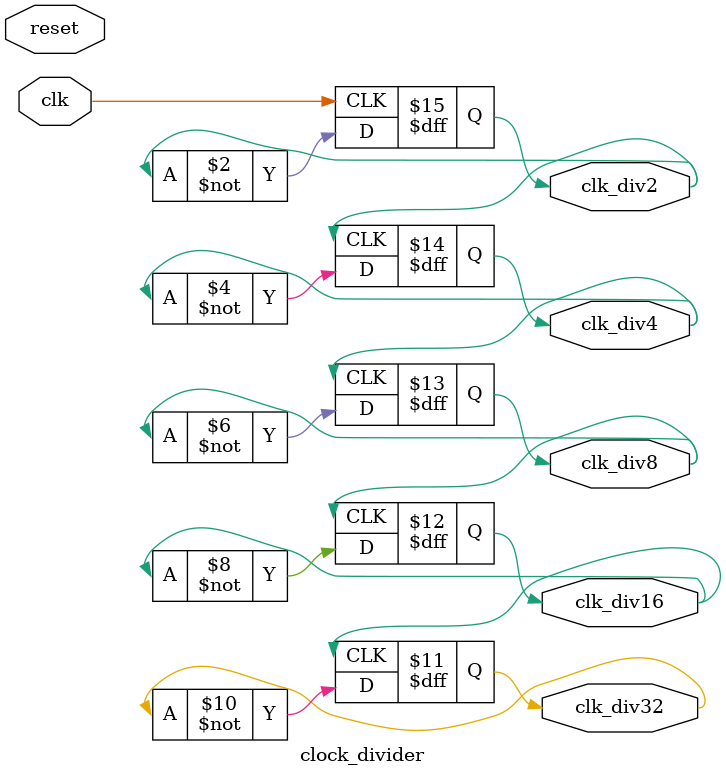
<source format=v>
module clock_divider(
  input clk,
  input reset,
  output reg clk_div2,
  output reg clk_div4,
  output reg clk_div8,
  output reg clk_div16,
  output reg clk_div32
);

  always @(posedge clk)
    clk_div2 <= ~clk_div2;
  always @(posedge clk_div2)
    clk_div4 <= ~clk_div4;
  always @(posedge clk_div4)
    clk_div8 <= ~clk_div8;
`include "ClockDividerRedo.v"

  always @(posedge clk_div8)
    clk_div16 <= ~clk_div16;
  always @(posedge clk_div16)
    clk_div32 <= ~clk_div32;


endmodule
  
</source>
